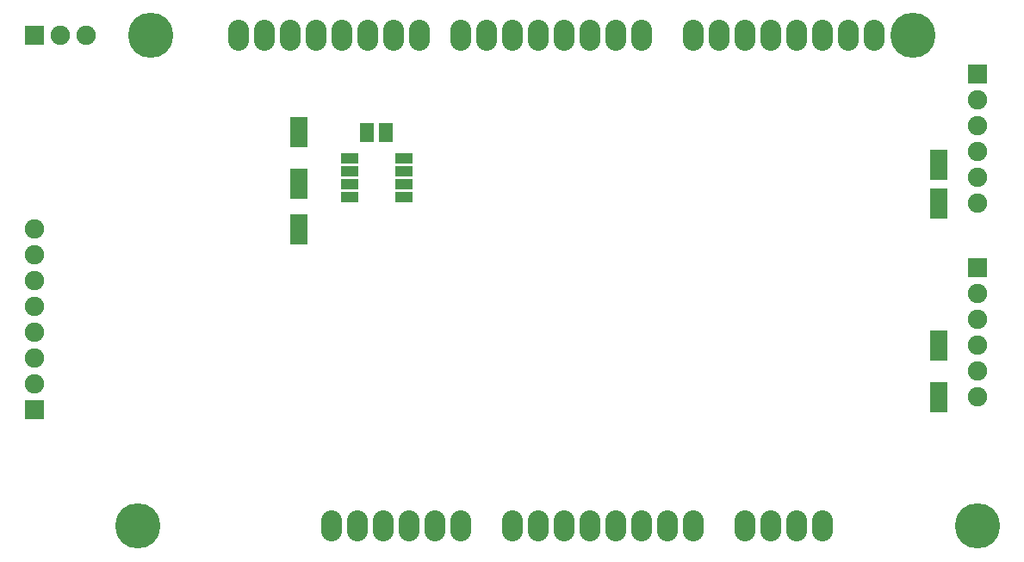
<source format=gts>
G04 (created by PCBNEW-RS274X (2011-oct-27)-testing) date Wed 04 Jan 2012 07:42:13 AM EST*
G01*
G70*
G90*
%MOIN*%
G04 Gerber Fmt 3.4, Leading zero omitted, Abs format*
%FSLAX34Y34*%
G04 APERTURE LIST*
%ADD10C,0.006000*%
%ADD11O,0.080000X0.120000*%
%ADD12C,0.175000*%
%ADD13R,0.070000X0.045000*%
%ADD14R,0.065000X0.040000*%
%ADD15R,0.055000X0.075000*%
%ADD16R,0.075000X0.075000*%
%ADD17C,0.075000*%
G04 APERTURE END LIST*
G54D10*
G54D11*
X46000Y-31000D03*
X47000Y-31000D03*
X48000Y-31000D03*
X49000Y-31000D03*
X50000Y-31000D03*
X51000Y-31000D03*
X52000Y-31000D03*
X53000Y-31000D03*
X48000Y-50000D03*
X46000Y-50000D03*
X45000Y-50000D03*
X49000Y-50000D03*
X50000Y-50000D03*
X51000Y-50000D03*
X44000Y-50000D03*
X43000Y-50000D03*
X42000Y-50000D03*
X39000Y-50000D03*
X40000Y-50000D03*
X41000Y-50000D03*
X37000Y-50000D03*
X36000Y-50000D03*
X35000Y-50000D03*
X33000Y-50000D03*
X32000Y-50000D03*
X44000Y-31000D03*
X43000Y-31000D03*
X42000Y-31000D03*
X41000Y-31000D03*
X40000Y-31000D03*
X39000Y-31000D03*
X38000Y-31000D03*
X37000Y-31000D03*
X35400Y-31000D03*
X34400Y-31000D03*
X33400Y-31000D03*
X32400Y-31000D03*
X31400Y-31000D03*
X30400Y-31000D03*
X29400Y-31000D03*
X28400Y-31000D03*
X34000Y-50000D03*
G54D12*
X57000Y-50000D03*
X54500Y-31000D03*
X25000Y-31000D03*
X24500Y-50000D03*
G54D13*
X55500Y-37850D03*
X55500Y-37500D03*
X55500Y-37150D03*
X55500Y-36350D03*
X55500Y-36000D03*
X55500Y-35650D03*
X55500Y-45350D03*
X55500Y-45000D03*
X55500Y-44650D03*
X55500Y-43350D03*
X55500Y-43000D03*
X55500Y-42650D03*
X30750Y-37100D03*
X30750Y-36750D03*
X30750Y-36400D03*
X30750Y-35100D03*
X30750Y-34750D03*
X30750Y-34400D03*
X30750Y-38850D03*
X30750Y-38500D03*
X30750Y-38150D03*
G54D14*
X34800Y-35750D03*
X32700Y-35750D03*
X34800Y-36250D03*
X34800Y-36750D03*
X34800Y-37250D03*
X32700Y-36250D03*
X32700Y-36750D03*
X32700Y-37250D03*
G54D15*
X33375Y-34750D03*
X34125Y-34750D03*
G54D16*
X20500Y-45500D03*
G54D17*
X20500Y-44500D03*
X20500Y-43500D03*
X20500Y-42500D03*
X20500Y-41500D03*
X20500Y-40500D03*
X20500Y-39500D03*
X20500Y-38500D03*
G54D16*
X57000Y-32500D03*
G54D17*
X57000Y-33500D03*
X57000Y-34500D03*
X57000Y-35500D03*
X57000Y-36500D03*
X57000Y-37500D03*
G54D16*
X57000Y-40000D03*
G54D17*
X57000Y-41000D03*
X57000Y-42000D03*
X57000Y-43000D03*
X57000Y-44000D03*
X57000Y-45000D03*
G54D16*
X20500Y-31000D03*
G54D17*
X21500Y-31000D03*
X22500Y-31000D03*
M02*

</source>
